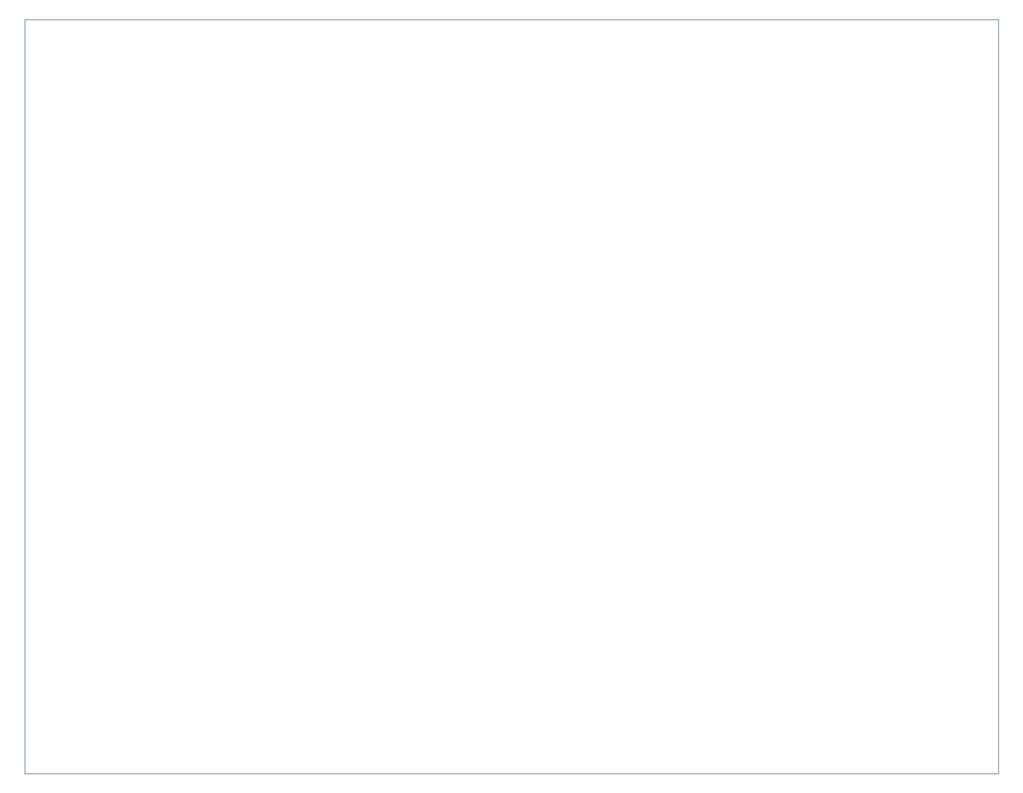
<source format=gbr>
%TF.GenerationSoftware,KiCad,Pcbnew,6.0.6*%
%TF.CreationDate,2022-09-03T22:52:37+02:00*%
%TF.ProjectId,fake8080c,66616b65-3830-4383-9063-2e6b69636164,rev?*%
%TF.SameCoordinates,Original*%
%TF.FileFunction,Profile,NP*%
%FSLAX46Y46*%
G04 Gerber Fmt 4.6, Leading zero omitted, Abs format (unit mm)*
G04 Created by KiCad (PCBNEW 6.0.6) date 2022-09-03 22:52:37*
%MOMM*%
%LPD*%
G01*
G04 APERTURE LIST*
%TA.AperFunction,Profile*%
%ADD10C,0.100000*%
%TD*%
G04 APERTURE END LIST*
D10*
X225425000Y-41275000D02*
X98425000Y-41275000D01*
X98425000Y-41275000D02*
X98425000Y-139700000D01*
X98425000Y-139700000D02*
X225425000Y-139700000D01*
X225425000Y-139700000D02*
X225425000Y-41275000D01*
M02*

</source>
